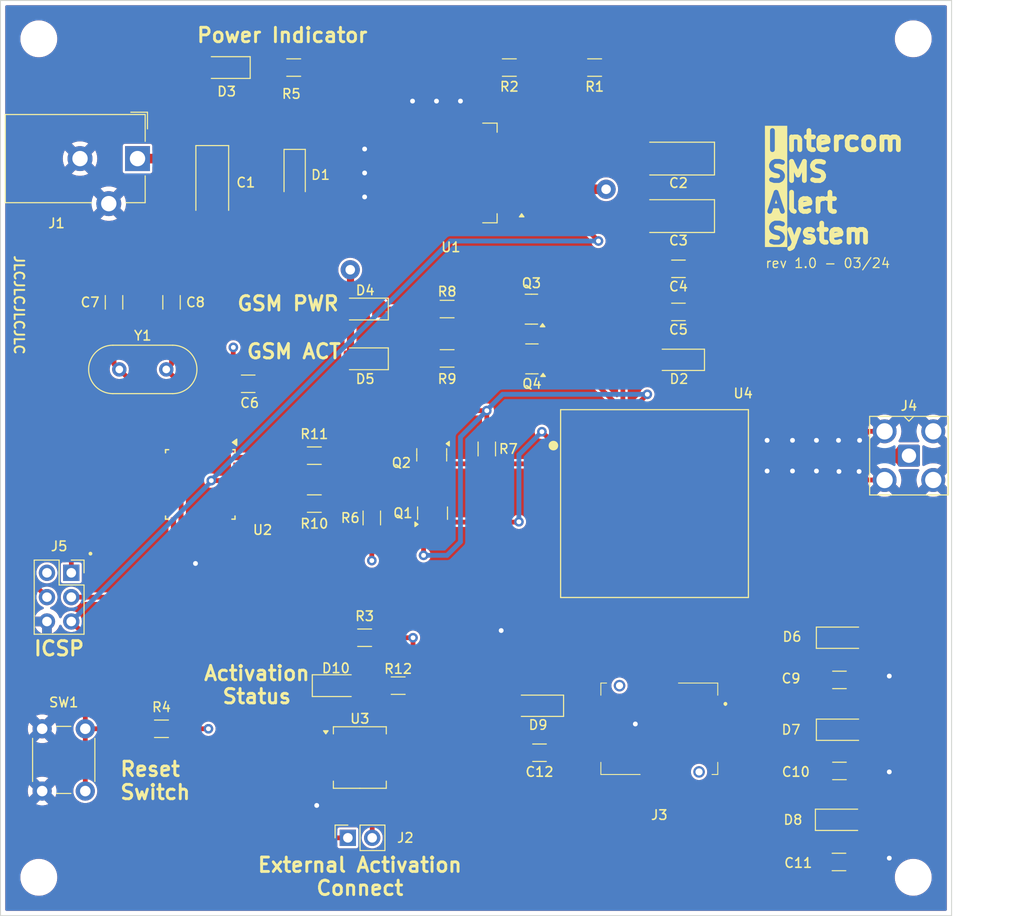
<source format=kicad_pcb>
(kicad_pcb (version 20240108) (generator "pcbnew") (generator_version "8.0")
  (layers (0 "F.Cu" signal) (1 "In1.Cu" power) (2 "In2.Cu" power) (31 "B.Cu" power) (34 "B.Paste" user) (35 "F.Paste" user) (36 "B.SilkS" user "B.Silkscreen") (37 "F.SilkS" user "F.Silkscreen") (38 "B.Mask" user) (39 "F.Mask" user) (44 "Edge.Cuts" user))
  (net 0 "")
  (net 1 "GND")
  (net 2 "+5V")
  (net 3 "+3V8")
  (net 4 "Net-(U2-XTAL2{slash}PB7)")
  (net 5 "Net-(U2-XTAL1{slash}PB6)")
  (net 6 "Net-(D6-K)")
  (net 7 "Net-(D7-K)")
  (net 8 "Net-(D8-K)")
  (net 9 "Net-(D9-K)")
  (net 10 "Net-(D3-K)")
  (net 11 "Net-(D4-K)")
  (net 12 "Net-(D5-K)")
  (net 13 "Net-(D10-A)")
  (net 14 "Net-(J2-Pin_1)")
  (net 15 "Net-(J2-Pin_2)")
  (net 17 "/RF_GSM_Circuit/RF_ANT")
  (net 18 "/SCK")
  (net 19 "/MOSI")
  (net 20 "/MISO")
  (net 21 "/RESET")
  (net 22 "+1V8")
  (net 23 "/RF_GSM_Circuit/TXD")
  (net 24 "Net-(Q1-S)")
  (net 25 "Net-(Q2-D)")
  (net 26 "/RF_GSM_Circuit/RXD")
  (net 27 "Net-(Q3-G)")
  (net 28 "Net-(Q3-D)")
  (net 29 "Net-(Q4-D)")
  (net 30 "Net-(Q4-G)")
  (net 31 "Net-(U1-ADJ)")
  (net 32 "/RX")
  (net 33 "/TX")
  (net 99 "/RF_GSM_Circuit/RING")
  (net 100 "/INPUT")
  (footprint "Capacitor_SMD:C_1206_3216Metric_Pad1.33x1.80mm_HandSolder" (layer "F.Cu") (at 213.3 109.9)
    (property "Reference" "C10")
    (property "Value" "22p")
  )
  (footprint "MountingHole:MountingHole_3.2mm_M3" (layer "F.Cu") (at 221 121)
    (property "Reference" "H4" (hide yes))
    (property "Value" "MountingHole")
  )
  (footprint "Capacitor_SMD:C_1206_3216Metric_Pad1.33x1.80mm_HandSolder" (layer "F.Cu") (at 196.5 62 180)
    (property "Reference" "C5")
    (property "Value" "22p")
  )
  (footprint "Capacitor_SMD:C_1206_3216Metric_Pad1.33x1.80mm_HandSolder" (layer "F.Cu") (at 196.5 57.5 180)
    (property "Reference" "C4")
    (property "Value" "10u")
  )
  (footprint "Package_TO_SOT_SMD:SOT-23" (layer "F.Cu") (at 170.75 76.9125 -90)
    (property "Reference" "Q2")
    (property "Value" "NX138AK")
  )
  (footprint "Capacitor_SMD:C_1206_3216Metric_Pad1.33x1.80mm_HandSolder" (layer "F.Cu") (at 151.6 69.5)
    (property "Reference" "C6")
    (property "Value" "10u")
  )
  (footprint "zCustom_Footprints:SIM8051601401A" (layer "F.Cu") (at 194.5 105.5 90)
    (property "Reference" "J3")
    (property "Value" "SIM_Card" (hide yes))
  )
  (footprint "Resistor_SMD:R_1206_3216Metric_Pad1.30x1.75mm_HandSolder" (layer "F.Cu") (at 187.75 36.5 180)
    (property "Reference" "R1")
    (property "Value" "10k")
  )
  (footprint "Diode_SMD:D_MiniMELF" (layer "F.Cu") (at 213.55 105.6)
    (property "Reference" "D7")
    (property "Value" "TZMB5V6")
  )
  (footprint "Diode_SMD:D_MiniMELF" (layer "F.Cu") (at 181.85 103.1 180)
    (property "Reference" "D9")
    (property "Value" "TZMB5V6")
  )
  (footprint "Package_TO_SOT_SMD:SOT-23" (layer "F.Cu") (at 181.2075 66.9 180)
    (property "Reference" "Q4")
    (property "Value" "NX138AK")
  )
  (footprint "Capacitor_SMD:C_1206_3216Metric_Pad1.33x1.80mm_HandSolder" (layer "F.Cu") (at 213.3 100.4)
    (property "Reference" "C9")
    (property "Value" "10u")
  )
  (footprint "Capacitor_SMD:C_1206_3216Metric_Pad1.33x1.80mm_HandSolder" (layer "F.Cu") (at 182 108 180)
    (property "Reference" "C12")
    (property "Value" "22p")
  )
  (footprint "Capacitor_SMD:C_1206_3216Metric_Pad1.33x1.80mm_HandSolder" (layer "F.Cu") (at 143.6 61 -90)
    (property "Reference" "C8")
    (property "Value" "22p")
  )
  (footprint "Resistor_SMD:R_1206_3216Metric_Pad1.30x1.75mm_HandSolder" (layer "F.Cu") (at 158.5 77 180)
    (property "Reference" "R11")
    (property "Value" "1k")
  )
  (footprint "Capacitor_Tantalum_SMD:CP_EIA-6032-20_AVX-F" (layer "F.Cu") (at 147.85 48.4 -90)
    (property "Reference" "C1")
    (property "Value" "100u")
  )
  (footprint "Resistor_SMD:R_1206_3216Metric_Pad1.30x1.75mm_HandSolder" (layer "F.Cu") (at 176.5 76.3 90)
    (property "Reference" "R7")
    (property "Value" "4k7")
  )
  (footprint "Package_SO:SO-8_5.3x6.2mm_P1.27mm" (layer "F.Cu") (at 163.25 108.5)
    (property "Reference" "U3")
    (property "Value" "LM2903")
  )
  (footprint "Capacitor_SMD:C_1206_3216Metric_Pad1.33x1.80mm_HandSolder" (layer "F.Cu") (at 213.25 119.4)
    (property "Reference" "C11")
    (property "Value" "22p")
  )
  (footprint "Package_TO_SOT_SMD:SOT-23" (layer "F.Cu") (at 181.1575 61.7125 180)
    (property "Reference" "Q3")
    (property "Value" "NX138AK")
  )
  (footprint "Connector_PinSocket_2.54mm:PinSocket_2x03_P2.54mm_Vertical" (layer "F.Cu") (at 133.14 89.225)
    (property "Reference" "J5")
    (property "Value" "ICSP_CONN")
  )
  (footprint "Package_TO_SOT_SMD:TO-263-5_TabPin3" (layer "F.Cu") (at 172.75 47.5 180)
    (property "Reference" "U1")
    (property "Value" "MIC29302WU")
  )
  (footprint "Connector_PinSocket_2.54mm:PinSocket_1x02_P2.54mm_Vertical" (layer "F.Cu") (at 162 116.88 90)
    (property "Reference" "J2")
    (property "Value" "Conn_01x02_Pin")
  )
  (footprint "Package_QFP:TQFP-32_7x7mm_P0.8mm" (layer "F.Cu") (at 146.6 80 -90)
    (property "Reference" "U2")
    (property "Value" "ATmega328P-A")
  )
  (footprint "Diode_SMD:D_MiniMELF" (layer "F.Cu") (at 196.555 67 180)
    (property "Reference" "D2")
    (property "Value" "TZMB5V1")
  )
  (footprint "MountingHole:MountingHole_3.2mm_M3" (layer "F.Cu") (at 129.75 121)
    (property "Reference" "H1" (hide yes))
    (property "Value" "MountingHole")
  )
  (footprint "zCustom_Footprints:XCVR_A7682E" (layer "F.Cu") (at 194 82)
    (property "Reference" "U4")
    (property "Value" "A7682E")
  )
  (footprint "Resistor_SMD:R_1206_3216Metric_Pad1.30x1.75mm_HandSolder" (layer "F.Cu") (at 142.55 105.5 180)
    (property "Reference" "R4")
    (property "Value" "1k")
  )
  (footprint "Resistor_SMD:R_1206_3216Metric_Pad1.30x1.75mm_HandSolder" (layer "F.Cu") (at 164.5 83.5 90)
    (property "Reference" "R6")
    (property "Value" "4k7")
  )
  (footprint "Diode_SMD:D_MiniMELF" (layer "F.Cu") (at 156.45 47.7 -90)
    (property "Reference" "D1")
    (property "Value" "TZMB5V6")
  )
  (footprint "Fiducial:Fiducial_1mm_Mask2mm" (layer "F.Cu") (at 215.75 35)
    (property "Reference" "FID3" (hide yes))
    (property "Value" "Fiducial")
  )
  (footprint "Capacitor_Tantalum_SMD:CP_EIA-6032-20_AVX-F" (layer "F.Cu") (at 196.5 52 180)
    (property "Reference" "C3")
    (property "Value" "100u")
  )
  (footprint "Resistor_SMD:R_1206_3216Metric_Pad1.30x1.75mm_HandSolder" (layer "F.Cu") (at 163.75 96 180)
    (property "Reference" "R3")
    (property "Value" "10k")
  )
  (footprint "Capacitor_Tantalum_SMD:CP_EIA-6032-20_AVX-F" (layer "F.Cu") (at 196.5 46 180)
    (property "Reference" "C2")
    (property "Value" "100u")
  )
  (footprint "Connector_Coaxial:SMA_Amphenol_901-143_Horizontal" (layer "F.Cu") (at 220.55 77 -90)
    (property "Reference" "J4")
    (property "Value" "Antenna_SMA_Conn")
  )
  (footprint "Capacitor_SMD:C_1206_3216Metric_Pad1.33x1.80mm_HandSolder" (layer "F.Cu") (at 137.6 61 90)
    (property "Reference" "C7")
    (property "Value" "22p")
  )
  (footprint "Fiducial:Fiducial_1mm_Mask2mm" (layer "F.Cu") (at 135.75 35)
    (property "Reference" "FID2" (hide yes))
    (property "Value" "Fiducial")
  )
  (footprint "Package_TO_SOT_SMD:SOT-23" (layer "F.Cu") (at 170.8375 83 90)
    (property "Reference" "Q1")
    (property "Value" "NX138AK")
  )
  (footprint "Fiducial:Fiducial_1mm_Mask2mm" (layer "F.Cu") (at 135.75 121)
    (property "Reference" "FID1" (hide yes))
    (property "Value" "Fiducial")
  )
  (footprint "Resistor_SMD:R_1206_3216Metric_Pad1.30x1.75mm_HandSolder" (layer "F.Cu") (at 178.85 36.5 180)
    (property "Reference" "R2")
    (property "Value" "4k7")
  )
  (footprint "Resistor_SMD:R_1206_3216Metric_Pad1.30x1.75mm_HandSolder" (layer "F.Cu") (at 172.3575 61.7)
    (property "Reference" "R8")
    (property "Value" "1k")
  )
  (footprint "Resistor_SMD:R_1206_3216Metric_Pad1.30x1.75mm_HandSolder" (layer "F.Cu") (at 158.5 82 180)
    (property "Reference" "R10")
    (property "Value" "1k")
  )
  (footprint "Diode_SMD:D_MiniMELF" (layer "F.Cu") (at 213.55 96)
    (property "Reference" "D6")
    (property "Value" "TZMB5V6")
  )
  (footprint "LED_SMD:LED_1206_3216Metric_Pad1.42x1.75mm_HandSolder" (layer "F.Cu") (at 160.75 101)
    (property "Reference" "D10")
    (property "Value" "Yellow")
  )
  (footprint "Resistor_SMD:R_1206_3216Metric_Pad1.30x1.75mm_HandSolder" (layer "F.Cu") (at 156.35 36.5)
    (property "Reference" "R5")
    (property "Value" "1k")
  )
  (footprint "Crystal:Crystal_HC18-U_Vertical" (layer "F.Cu") (at 138.15 68)
    (property "Reference" "Y1")
    (property "Value" "16MHz")
  )
  (footprint "LED_SMD:LED_1206_3216Metric_Pad1.42x1.75mm_HandSolder" (layer "F.Cu") (at 163.7625 61.7 180)
    (property "Reference" "D4")
    (property "Value" "Yellow")
  )
  (footprint "Resistor_SMD:R_1206_3216Metric_Pad1.30x1.75mm_HandSolder" (layer "F.Cu") (at 172.3575 66.85)
    (property "Reference" "R9")
    (property "Value" "1k")
  )
  (footprint "MountingHole:MountingHole_3.2mm_M3" (layer "F.Cu") (at 129.75 33.5)
    (property "Reference" "H2" (hide yes))
    (property "Value" "MountingHole")
  )
  (footprint "Button_Switch_THT:SW_PUSH_6mm_H4.3mm" (layer "F.Cu") (at 134.6 105.5 -90)
    (property "Reference" "SW1")
    (property "Value" "SW_Push")
  )
  (footprint "Diode_SMD:D_MiniMELF" (layer "F.Cu") (at 213.45 115)
    (property "Reference" "D8")
    (property "Value" "TZMB5V6")
  )
  (footprint "LED_SMD:LED_1206_3216Metric_Pad1.42x1.75mm_HandSolder" (layer "F.Cu") (at 163.7625 66.89 180)
    (property "Reference" "D5")
    (property "Value" "Red")
  )
  (footprint "Connector_BarrelJack:BarrelJack_CUI_PJ-102AH_Horizontal" (layer "F.Cu") (at 140.05 46 -90)
    (property "Reference" "J1")
    (property "Value" "Barrel_Jack_Switch_Pin3Ring")
  )
  (footprint "Resistor_SMD:R_1206_3216Metric_Pad1.30x1.75mm_HandSolder" (layer "F.Cu") (at 167.25 101 180)
    (property "Reference" "R12")
    (property "Value" "1k")
  )
  (footprint "LED_SMD:LED_1206_3216Metric_Pad1.42x1.75mm_HandSolder" (layer "F.Cu") (at 149.35 36.5 180)
    (property "Reference" "D3")
    (property "Value" "Red")
  )
  (footprint "MountingHole:MountingHole_3.2mm_M3" (layer "F.Cu") (at 221 33.5)
    (property "Reference" "H3" (hide yes))
    (property "Value" "MountingHole")
  )
  (gr_rect (start 125.75 29.5) (end 225 125) (stroke (width 0.1)) (fill none) (layer "Edge.Cuts"))
  (gr_text "External Activation\nConnect" (at 163.25 123 0) (layer "F.SilkS") (effects (font (size 1.5 1.5) (thickness 0.3) (bold yes)) (justify bottom)))
  (gr_text "Activation\nStatus" (at 152.5 103 0) (layer "F.SilkS") (effects (font (size 1.5 1.5) (thickness 0.3) (bold yes)) (justify bottom)))
  (gr_text "I\nS\nA\nS" (at 205.5 55 0) (layer "F.SilkS" knockout) (effects (font (size 2 2) (thickness 0.5) (bold yes)) (justify left bottom)))
  (gr_text "Reset\nSwitch" (at 138.1 113 0) (layer "F.SilkS") (effects (font (size 1.5 1.5) (thickness 0.3) (bold yes)) (justify left bottom)))
  (gr_text "GSM ACT" (at 151.3075 67 0) (layer "F.SilkS") (effects (font (size 1.5 1.5) (thickness 0.3) (bold yes)) (justify left bottom)))
  (gr_text "Power Indicator" (at 146.1 34 0) (layer "F.SilkS") (effects (font (size 1.5 1.5) (thickness 0.3) (bold yes)) (justify left bottom)))
  (gr_text "rev 1.0 - 03/24" (at 205.5 57.5 0) (layer "F.SilkS") (effects (font (size 1 1) (thickness 0.125)) (justify left bottom)))
  (gr_text "ntercom\nMS\nlert\nystem" (at 207.5 55 0) (layer "F.SilkS") (effects (font (size 2 2) (thickness 0.5) (bold yes)) (justify left bottom)))
  (gr_text "JLCJLCJLCJLC" (at 127.1 56 -90) (layer "F.SilkS") (effects (font (size 1 1) (thickness 0.2) (bold yes)) (justify left bottom)))
  (gr_text "ICSP" (at 129.1 98 0) (layer "F.SilkS") (effects (font (size 1.5 1.5) (thickness 0.3) (bold yes)) (justify left bottom)))
  (gr_text "GSM PWR" (at 150.3075 62 0) (layer "F.SilkS") (effects (font (size 1.5 1.5) (thickness 0.3) (bold yes)) (justify left bottom)))
  (segment (start 210.9 78.6) (end 208.4 78.6) (width 0.5) (layer "F.Cu") (net 1))
  (segment (start 173.75 40) (end 173.75 41) (width 0.349) (layer "F.Cu") (net 1))
  (segment (start 210.95 78.65) (end 210.9 78.6) (width 0.5) (layer "F.Cu") (net 1))
  (segment (start 158.75 112.5) (end 158.75 113.5) (width 0.349) (layer "F.Cu") (net 1))
  (segment (start 188.6 102.96) (end 189.96 102.96) (width 0.349) (layer "F.Cu") (net 1))
  (segment (start 147 84.25) (end 147 87.35) (width 0.5) (layer "F.Cu") (net 1))
  (segment (start 216.34 74.46) (end 215.4 75.4) (width 0.5) (layer "F.Cu") (net 1))
  (segment (start 201.85 75.95) (end 202 75.95) (width 0.5) (layer "F.Cu") (net 1))
  (segment (start 173.675 41.075) (end 173.675 44.725) (width 0.349) (layer "F.Cu") (net 1))
  (segment (start 180.1 103.1) (end 180.1 97.35) (width 0.5) (layer "F.Cu") (net 1))
  (segment (start 213.2 75.4) (end 210.9 75.4) (width 0.5) (layer "F.Cu") (net 1))
  (segment (start 164.025 50.275) (end 163.75 50) (width 0.349) (layer "F.Cu") (net 1))
  (segment (start 218.01 74.46) (end 216.34 74.46) (width 0.5) (layer "F.Cu") (net 1))
  (segment (start 173.75 41) (end 173.675 41.075) (width 0.349) (layer "F.Cu") (net 1))
  (segment (start 159.75 111.5) (end 158.75 112.5) (width 0.349) (layer "F.Cu") (net 1))
  (segment (start 168.825 44.725) (end 164.025 44.725) (width 0.349) (layer "F.Cu") (net 1))
  (segment (start 214.8125 119.4) (end 218.1 119.4) (width 0.349) (layer "F.Cu") (net 1))
  (segment (start 171.25 47.5) (end 163.75 47.5) (width 0.349) (layer "F.Cu") (net 1))
  (segment (start 171.25 47.5) (end 171.25 40) (width 0.349) (layer "F.Cu") (net 1))
  (segment (start 218.01 79.54) (end 216.24 79.54) (width 0.5) (layer "F.Cu") (net 1))
  (segment (start 208.4 78.6) (end 205.75 78.6) (width 0.5) (layer "F.Cu") (net 1))
  (segment (start 189.96 102.96) (end 192 105) (width 0.349) (layer "F.Cu") (net 1))
  (segment (start 171.25 47.5) (end 168.75 45) (width 0.349) (layer "F.Cu") (net 1))
  (segment (start 180.1 97.35) (end 178 95.25) (width 0.5) (layer "F.Cu") (net 1))
  (segment (start 213.25 78.65) (end 210.95 78.65) (width 0.5) (layer "F.Cu") (net 1))
  (segment (start 210.9 75.4) (end 208.4 75.4) (width 0.5) (layer "F.Cu") (net 1))
  (segment (start 218.1 100.4) (end 218.5 100) (width 0.349) (layer "F.Cu") (net 1))
  (segment (start 208.4 75.4) (end 205.75 75.4) (width 0.5) (layer "F.Cu") (net 1))
  (segment (start 218.4 109.9) (end 218.5 110) (width 0.349) (layer "F.Cu") (net 1))
  (segment (start 164.025 44.725) (end 163.75 45) (width 0.349) (layer "F.Cu") (net 1))
  (segment (start 218.1 119.4) (end 218.5 119) (width 0.349) (layer "F.Cu") (net 1))
  (segment (start 173.675 50.275) (end 164.025 50.275) (width 0.349) (layer "F.Cu") (net 1))
  (segment (start 214.8625 109.9) (end 218.4 109.9) (width 0.349) (layer "F.Cu") (net 1))
  (segment (start 171.25 47.5) (end 171.25 42.5) (width 0.349) (layer "F.Cu") (net 1))
  (segment (start 216.24 79.54) (end 215.35 78.65) (width 0.5) (layer "F.Cu") (net 1))
  (segment (start 147 87.35) (end 146.1 88.25) (width 0.5) (layer "F.Cu") (net 1))
  (segment (start 159.75 110.405) (end 159.75 111.5) (width 0.349) (layer "F.Cu") (net 1))
  (segment (start 215.4 75.4) (end 213.2 75.4) (width 0.5) (layer "F.Cu") (net 1))
  (segment (start 215.35 78.65) (end 213.25 78.65) (width 0.5) (layer "F.Cu") (net 1))
  (segment (start 214.8625 100.4) (end 218.1 100.4) (width 0.349) (layer "F.Cu") (net 1))
  (segment (start 168.75 45) (end 168.75 40) (width 0.349) (layer "F.Cu") (net 1))
  (via (at 210.9 75.4) (size 1) (drill 0.5) (layers "F.Cu" "B.Cu") (net 1))
  (via (at 163.75 50) (size 1) (drill 0.5) (layers "F.Cu" "B.Cu") (net 1))
  (via (at 168.75 40) (size 1) (drill 0.5) (layers "F.Cu" "B.Cu") (net 1))
  (via (at 218.5 110) (size 1) (drill 0.5) (layers "F.Cu" "B.Cu") (net 1))
  (via (at 163.75 45) (size 1) (drill 0.5) (layers "F.Cu" "B.Cu") (net 1))
  (via (at 213.25 78.65) (size 1) (drill 0.5) (layers "F.Cu" "B.Cu") (net 1))
  (via (at 210.9 78.6) (size 1) (drill 0.5) (layers "F.Cu" "B.Cu") (net 1))
  (via (at 218.5 119) (size 1) (drill 0.5) (layers "F.Cu" "B.Cu") (net 1))
  (via (at 158.75 113.5) (size 1) (drill 0.5) (layers "F.Cu" "B.Cu") (net 1))
  (via (at 173.75 40) (size 1) (drill 0.5) (layers "F.Cu" "B.Cu") (net 1))
  (via (at 178 95.25) (size 1) (drill 0.5) (layers "F.Cu" "B.Cu") (net 1))
  (via (at 146.1 88.25) (size 1) (drill 0.5) (layers "F.Cu" "B.Cu") (net 1))
  (via (at 218.5 100) (size 1) (drill 0.5) (layers "F.Cu" "B.Cu") (net 1))
  (via (at 213.2 75.4) (size 1) (drill 0.5) (layers "F.Cu" "B.Cu") (net 1))
  (via (at 208.4 75.4) (size 1) (drill 0.5) (layers "F.Cu" "B.Cu") (net 1))
  (via (at 171.25 40) (size 1) (drill 0.5) (layers "F.Cu" "B.Cu") (net 1))
  (via (at 205.75 75.4) (size 1) (drill 0.5) (layers "F.Cu" "B.Cu") (net 1))
  (via (at 205.75 78.6) (size 1) (drill 0.5) (layers "F.Cu" "B.Cu") (net 1))
  (via (at 208.4 78.6) (size 1) (drill 0.5) (layers "F.Cu" "B.Cu") (net 1))
  (via (at 163.75 47.5) (size 1) (drill 0.5) (layers "F.Cu" "B.Cu") (net 1))
  (via (at 215.35 78.65) (size 1) (drill 0.5) (layers "F.Cu" "B.Cu") (net 1))
  (via (at 192 105) (size 1) (drill 0.5) (layers "F.Cu" "B.Cu") (net 1))
  (via (at 215.4 75.4) (size 1) (drill 0.5) (layers "F.Cu" "B.Cu") (net 1))
  (segment (start 145.4 80.35) (end 144.6 81.15) (width 0.5) (layer "F.Cu") (net 2))
  (segment (start 150.0375 71.2125) (end 150.0375 69.5) (width 0.5) (layer "F.Cu") (net 2))
  (segment (start 166.75 106.595) (end 168.055 106.595) (width 0.5) (layer "F.Cu") (net 2))
  (segment (start 147.7875 46) (end 147.85 45.9375) (width 1) (layer "F.Cu") (net 2))
  (segment (start 147 74.25) (end 150.0375 71.2125) (width 0.5) (layer "F.Cu") (net 2))
  (segment (start 145.4 75.75) (end 145.4 80.35) (width 0.5) (layer "F.Cu") (net 2))
  (segment (start 156.2875 45.9375) (end 156.35 46) (width 1) (layer "F.Cu") (net 2))
  (segment (start 147.85 45.9375) (end 147.85 36.5125) (width 1) (layer "F.Cu") (net 2))
  (segment (start 164.5 85.05) (end 164.5 87.95) (width 0.5) (layer "F.Cu") (net 2))
  (segment (start 162.275 57.625) (end 162.25 57.6) (width 0.75) (layer "F.Cu") (net 2))
  (segment (start 150.0375 65.7125) (end 150.05 65.7) (width 0.5) (layer "F.Cu") (net 2))
  (segment (start 168.8 100.75) (end 168.8 96) (width 0.5) (layer "F.Cu") (net 2))
  (segment (start 147.85 36.5125) (end 147.8625 36.5) (width 1) (layer "F.Cu") (net 2))
  (segment (start 180.4 49.2) (end 188.95 49.2) (width 1) (layer "F.Cu") (net 2))
  (segment (start 147 78.75) (end 145.4 80.35) (width 0.5) (layer "F.Cu") (net 2))
  (segment (start 147 75.75) (end 147 78.75) (width 0.5) (layer "F.Cu") (net 2))
  (segment (start 150.0375 69.5) (end 150.0375 65.7125) (width 0.5) (layer "F.Cu") (net 2))
  (segment (start 168.055 106.595) (end 168.8 105.85) (width 0.5) (layer "F.Cu") (net 2))
  (segment (start 165.3 96) (end 168.8 96) (width 0.5) (layer "F.Cu") (net 2))
  (segment (start 168.8 105.85) (end 168.8 101) (width 0.5) (layer "F.Cu") (net 2))
  (segment (start 140.05 46) (end 147.7875 46) (width 1) (layer "F.Cu") (net 2))
  (segment (start 144.6 81.15) (end 144.6 84.25) (width 0.5) (layer "F.Cu") (net 2))
  (segment (start 162.275 61.7) (end 162.275 57.625) (width 0.75) (layer "F.Cu") (net 2))
  (segment (start 168.8 101) (end 168.8 100.75) (width 0.5) (layer "F.Cu") (net 2))
  (segment (start 147.85 45.9375) (end 156.2875 45.9375) (width 1) (layer "F.Cu") (net 2))
  (segment (start 147 75.75) (end 147 74.25) (width 0.5) (layer "F.Cu") (net 2))
  (segment (start 144.1 105.5) (end 147.45 105.5) (width 0.5) (layer "F.Cu") (net 2))
  (segment (start 162.275 66.89) (end 162.275 61.7) (width 0.75) (layer "F.Cu") (net 2))
  (via (at 162.25 57.6) (size 2) (drill 1) (layers "F.Cu" "B.Cu") (net 2))
  (via (at 188.95 49.2) (size 2) (drill 1) (layers "F.Cu" "B.Cu") (net 2))
  (via (at 164.5 87.95) (size 1) (drill 0.5) (layers "F.Cu" "B.Cu") (net 2))
  (via (at 147.45 105.5) (size 1) (drill 0.5) (layers "F.Cu" "B.Cu") (net 2))
  (via (at 150.05 65.7) (size 1) (drill 0.5) (layers "F.Cu" "B.Cu") (net 2))
  (via (at 168.8 96) (size 1) (drill 0.5) (layers "F.Cu" "B.Cu") (net 2))
  (segment (start 193.25 36.5) (end 198.9625 42.2125) (width 1) (layer "F.Cu") (net 3))
  (segment (start 180.4 45.8) (end 185.65 45.8) (width 1) (layer "F.Cu") (net 3))
  (segment (start 185.65 45.8) (end 189.3 42.15) (width 1) (layer "F.Cu") (net 3))
  (segment (start 198.9625 42.2125) (end 198.9625 46) (width 1) (layer "F.Cu") (net 3))
  (segment (start 189.3 42.15) (end 189.3 36.5) (width 1) (layer "F.Cu") (net 3))
  (segment (start 189.3 36.5) (end 193.25 36.5) (width 1) (layer "F.Cu") (net 3))
  (segment (start 138.15 68) (end 137.6 67.45) (width 0.5) (layer "F.Cu") (net 4))
  (segment (start 137.6 67.45) (end 137.6 62.5625) (width 0.5) (layer "F.Cu") (net 4))
  (segment (start 143.8 75.75) (end 143.8 73.65) (width 0.5) (layer "F.Cu") (net 4))
  (segment (start 143.8 73.65) (end 138.15 68) (width 0.5) (layer "F.Cu") (net 4))
  (segment (start 143.05 68) (end 143.6 67.45) (width 0.5) (layer "F.Cu") (net 5))
  (segment (start 144.6 69.55) (end 143.05 68) (width 0.5) (layer "F.Cu") (net 5))
  (segment (start 144.6 75.75) (end 144.6 69.55) (width 0.5) (layer "F.Cu") (net 5))
  (segment (start 143.6 67.45) (end 143.6 62.5625) (width 0.5) (layer "F.Cu") (net 5))
  (segment (start 211.7375 96.0125) (end 211.75 96) (width 0.5) (layer "F.Cu") (net 6))
  (segment (start 211.7375 100.4) (end 211.7375 96.0125) (width 0.5) (layer "F.Cu") (net 6))
  (segment (start 200.4 102.96) (end 204.04 102.96) (width 0.5) (layer "F.Cu") (net 6))
  (segment (start 195.1 92.1) (end 200.4 97.4) (width 0.5) (layer "F.Cu") (net 6))
  (segment (start 204.04 102.96) (end 206.6 100.4) (width 0.5) (layer "F.Cu") (net 6))
  (segment (start 200.4 97.4) (end 200.4 102.96) (width 0.5) (layer "F.Cu") (net 6))
  (segment (start 206.6 100.4) (end 211.7375 100.4) (width 0.5) (layer "F.Cu") (net 6))
  (segment (start 195.1 90.8) (end 195.1 92.1) (width 0.5) (layer "F.Cu") (net 6))
  (segment (start 198 103.1) (end 200.4 105.5) (width 0.5) (layer "F.Cu") (net 7))
  (segment (start 211.75 105.6) (end 211.75 109.7875) (width 0.5) (layer "F.Cu") (net 7))
  (segment (start 198 98) (end 198 103.1) (width 0.5) (layer "F.Cu") (net 7))
  (segment (start 211.75 109.7875) (end 211.6375 109.9) (width 0.5) (layer "F.Cu") (net 7))
  (segment (start 200.4 105.5) (end 211.65 105.5) (width 0.5) (layer "F.Cu") (net 7))
  (segment (start 211.65 105.5) (end 211.75 105.6) (width 0.5) (layer "F.Cu") (net 7))
  (segment (start 194 90.8) (end 194 94) (width 0.5) (layer "F.Cu") (net 7))
  (segment (start 194 94) (end 198 98) (width 0.5) (layer "F.Cu") (net 7))
  (segment (start 211.7 119.3875) (end 211.6875 119.4) (width 0.5) (layer "F.Cu") (net 8))
  (segment (start 192.9 95.6) (end 192 96.5) (width 0.5) (layer "F.Cu") (net 8))
  (segment (start 209 115) (end 211.7 115) (width 0.5) (layer "F.Cu") (net 8))
  (segment (start 202.04 108.04) (end 209 115) (width 0.5) (layer "F.Cu") (net 8))
  (segment (start 211.7 115) (end 211.7 119.3875) (width 0.5) (layer "F.Cu") (net 8))
  (segment (start 199.34 108.04) (end 200.4 108.04) (width 0.5) (layer "F.Cu") (net 8))
  (segment (start 192 100.7) (end 199.34 108.04) (width 0.5) (layer "F.Cu") (net 8))
  (segment (start 192.9 90.8) (end 192.9 95.6) (width 0.5) (layer "F.Cu") (net 8))
  (segment (start 192 96.5) (end 192 100.7) (width 0.5) (layer "F.Cu") (net 8))
  (segment (start 200.4 108.04) (end 202.04 108.04) (width 0.5) (layer "F.Cu") (net 8))
  (segment (start 188.56 108) (end 188.6 108.04) (width 0.5) (layer "F.Cu") (net 9))
  (segment (start 191.8 91.7) (end 183.6 99.9) (width 0.5) (layer "F.Cu") (net 9))
  (segment (start 183.5625 103.3125) (end 183.25 103) (width 0.5) (layer "F.Cu") (net 9))
  (segment (start 183.6 102.65) (end 183.25 103) (width 0.5) (layer "F.Cu") (net 9))
  (segment (start 183.5625 108) (end 188.56 108) (width 0.5) (layer "F.Cu") (net 9))
  (segment (start 183.5625 108) (end 183.5625 103.3125) (width 0.5) (layer "F.Cu") (net 9))
  (segment (start 183.6 99.9) (end 183.6 102.65) (width 0.5) (layer "F.Cu") (net 9))
  (segment (start 191.8 90.8) (end 191.8 91.7) (width 0.5) (layer "F.Cu") (net 9))
  (segment (start 150.8375 36.5) (end 154.8 36.5) (width 0.5) (layer "F.Cu") (net 10))
  (segment (start 165.25 61.7) (end 170.8075 61.7) (width 0.5) (layer "F.Cu") (net 11))
  (segment (start 165.25 66.89) (end 170.7675 66.89) (width 0.5) (layer "F.Cu") (net 12))
  (segment (start 170.7675 66.89) (end 170.8075 66.85) (width 0.5) (layer "F.Cu") (net 12))
  (segment (start 162.2375 101) (end 165.7 101) (width 0.5) (layer "F.Cu") (net 13))
  (segment (start 159.75 109.135) (end 157.115 109.135) (width 0.5) (layer "F.Cu") (net 14))
  (segment (start 154.8 111.45) (end 154.8 114.35) (width 0.5) (layer "F.Cu") (net 14))
  (segment (start 157.33 116.88) (end 162 116.88) (width 0.5) (layer "F.Cu") (net 14))
  (segment (start 154.8 114.35) (end 157.33 116.88) (width 0.5) (layer "F.Cu") (net 14))
  (segment (start 157.115 109.135) (end 154.8 111.45) (width 0.5) (layer "F.Cu") (net 14))
  (segment (start 161.785 107.865) (end 161.8 107.85) (width 0.5) (layer "F.Cu") (net 15))
  (segment (start 164.54 111.96) (end 164.54 116.88) (width 0.5) (layer "F.Cu") (net 15))
  (segment (start 161.8 107.85) (end 164.55 110.6) (width 0.5) (layer "F.Cu") (net 15))
  (segment (start 164.55 111.95) (end 164.54 111.96) (width 0.5) (layer "F.Cu") (net 15))
  (segment (start 164.55 110.6) (end 164.55 111.95) (width 0.5) (layer "F.Cu") (net 15))
  (segment (start 159.75 107.865) (end 161.785 107.865) (width 0.5) (layer "F.Cu") (net 15))
  (segment (start 201.85 77.05) (end 220.5 77.05) (width 0.349) (layer "F.Cu") (net 17))
  (segment (start 220.5 77.05) (end 220.55 77) (width 0.349) (layer "F.Cu") (net 17))
  (segment (start 133.14 91.765) (end 139.335 91.765) (width 0.5) (layer "F.Cu") (net 18))
  (segment (start 143.8 87.3) (end 143.8 84.25) (width 0.5) (layer "F.Cu") (net 18))
  (segment (start 139.335 91.765) (end 143.8 87.3) (width 0.5) (layer "F.Cu") (net 18))
  (segment (start 128 86.5) (end 128 89.165) (width 0.5) (layer "F.Cu") (net 19))
  (segment (start 142.35 82) (end 132.5 82) (width 0.5) (layer "F.Cu") (net 19))
  (segment (start 132.5 82) (end 128 86.5) (width 0.5) (layer "F.Cu") (net 19))
  (segment (start 128 89.165) (end 130.6 91.765) (width 0.5) (layer "F.Cu") (net 19))
  (segment (start 138.3 82.8) (end 133.14 87.96) (width 0.5) (layer "F.Cu") (net 20))
  (segment (start 133.14 87.96) (end 133.14 89.225) (width 0.5) (layer "F.Cu") (net 20))
  (segment (start 142.35 82.8) (end 138.3 82.8) (width 0.5) (layer "F.Cu") (net 20))
  (segment (start 134.6 105.5) (end 134.6 112) (width 0.5) (layer "F.Cu") (net 21))
  (segment (start 147.75 79.6) (end 150.85 79.6) (width 0.5) (layer "F.Cu") (net 21))
  (segment (start 188.15 54.6) (end 184.45 50.9) (width 0.5) (layer "F.Cu") (net 21))
  (segment (start 133.14 94.305) (end 134.6 95.765) (width 0.5) (layer "F.Cu") (net 21))
  (segment (start 134.6 95.765) (end 134.6 105.5) (width 0.5) (layer "F.Cu") (net 21))
  (segment (start 134.6 105.5) (end 141 105.5) (width 0.5) (layer "F.Cu") (net 21))
  (segment (start 184.45 50.9) (end 180.4 50.9) (width 0.5) (layer "F.Cu") (net 21))
  (via (at 188.15 54.6) (size 1) (drill 0.5) (layers "F.Cu" "B.Cu") (net 21))
  (via (at 147.75 79.6) (size 1) (drill 0.5) (layers "F.Cu" "B.Cu") (net 21))
  (segment (start 147.75 79.55) (end 147.75 79.6) (width 0.5) (layer "B.Cu") (net 21))
  (segment (start 147.75 79.6) (end 147.75 79.695) (width 0.5) (layer "B.Cu") (net 21))
  (segment (start 188.15 54.6) (end 172.7 54.6) (width 0.5) (layer "B.Cu") (net 21))
  (segment (start 147.75 79.695) (end 133.14 94.305) (width 0.5) (layer "B.Cu") (net 21))
  (segment (start 172.7 54.6) (end 147.75 79.55) (width 0.5) (layer "B.Cu") (net 21))
  (segment (start 171.7 74.5375) (end 173.9375 72.3) (width 0.5) (layer "F.Cu") (net 22))
  (segment (start 191.8 72.05) (end 193.25 70.6) (width 0.5) (layer "F.Cu") (net 22))
  (segment (start 169.9 83.95) (end 169.8875 83.9375) (width 0.5) (layer "F.Cu") (net 22))
  (segment (start 169.9 87.4) (end 169.9 83.95) (width 0.5) (layer "F.Cu") (net 22))
  (segment (start 176.5 72.3) (end 176.5 74.45) (width 0.5) (layer "F.Cu") (net 22))
  (segment (start 173.9375 72.3) (end 176.5 72.3) (width 0.5) (layer "F.Cu") (net 22))
  (segment (start 191.8 73.2) (end 191.8 72.05) (width 0.5) (layer "F.Cu") (net 22))
  (segment (start 171.7 75.975) (end 171.7 74.5375) (width 0.5) (layer "F.Cu") (net 22))
  (via (at 176.5 72.3) (size 1) (drill 0.5) (layers "F.Cu" "B.Cu") (net 22))
  (via (at 193.25 70.6) (size 1) (drill 0.5) (layers "F.Cu" "B.Cu") (net 22))
  (via (at 169.9 87.4) (size 1) (drill 0.5) (layers "F.Cu" "B.Cu") (net 22))
  (segment (start 176.5 72.25) (end 178.15 70.6) (width 0.5) (layer "B.Cu") (net 22))
  (segment (start 178.15 70.6) (end 193.25 70.6) (width 0.5) (layer "B.Cu") (net 22))
  (segment (start 176.5 72.3) (end 176.5 72.25) (width 0.5) (layer "B.Cu") (net 22))
  (segment (start 173.75 75.05) (end 173.75 86) (width 0.5) (layer "B.Cu") (net 22))
  (segment (start 176.5 72.3) (end 173.75 75.05) (width 0.5) (layer "B.Cu") (net 22))
  (segment (start 173.75 86) (end 172.35 87.4) (width 0.5) (layer "B.Cu") (net 22))
  (segment (start 172.35 87.4) (end 169.9 87.4) (width 0.5) (layer "B.Cu") (net 22))
  (segment (start 160.1 81.95) (end 160.05 82) (width 0.5) (layer "F.Cu") (net 23))
  (segment (start 164.5 81.95) (end 170.725 81.95) (width 0.5) (layer "F.Cu") (net 23))
  (segment (start 170.725 81.95) (end 170.8375 82.0625) (width 0.5) (layer "F.Cu") (net 23))
  (segment (start 164.5 81.95) (end 160.1 81.95) (width 0.5) (layer "F.Cu") (net 23))
  (segment (start 186.15 75.95) (end 183.7 75.95) (width 0.5) (layer "F.Cu") (net 24))
  (segment (start 171.825 83.9) (end 171.7875 83.9375) (width 0.5) (layer "F.Cu") (net 24))
  (segment (start 171.7875 83.9375) (end 179.8125 83.9375) (width 0.5) (layer "F.Cu") (net 24))
  (segment (start 183.7 75.95) (end 182.25 74.5) (width 0.5) (layer "F.Cu") (net 24))
  (segment (start 179.8125 83.9375) (end 179.85 83.9) (width 0.5) (layer "F.Cu") (net 24))
  (via (at 179.85 83.9) (size 1) (drill 0.5) (layers "F.Cu" "B.Cu") (net 24))
  (via (at 182.25 74.5) (size 1) (drill 0.5) (layers "F.Cu" "B.Cu") (net 24))
  (segment (start 179.85 76.9) (end 182.25 74.5) (width 0.5) (layer "B.Cu") (net 24))
  (segment (start 179.85 83.9) (end 179.85 76.9) (width 0.5) (layer "B.Cu") (net 24))
  (segment (start 182.35 77.05) (end 181.55 77.85) (width 0.5) (layer "F.Cu") (net 25))
  (segment (start 181.55 77.85) (end 176.5 77.85) (width 0.5) (layer "F.Cu") (net 25))
  (segment (start 170.75 77.85) (end 176.5 77.85) (width 0.5) (layer "F.Cu") (net 25))
  (segment (start 186.15 77.05) (end 182.35 77.05) (width 0.5) (layer "F.Cu") (net 25))
  (segment (start 164.75 77) (end 160.05 77) (width 0.5) (layer "F.Cu") (net 26))
  (segment (start 169.8 75.975) (end 165.775 75.975) (width 0.5) (layer "F.Cu") (net 26))
  (segment (start 165.775 75.975) (end 164.75 77) (width 0.5) (layer "F.Cu") (net 26))
  (segment (start 190.7 68.95) (end 184.4125 62.6625) (width 0.5) (layer "F.Cu") (net 27))
  (segment (start 190.7 73.2) (end 190.7 68.95) (width 0.5) (layer "F.Cu") (net 27))
  (segment (start 184.4125 62.6625) (end 182.095 62.6625) (width 0.5) (layer "F.Cu") (net 27))
  (segment (start 180.17 61.7) (end 180.22 61.65) (width 0.5) (layer "F.Cu") (net 28))
  (segment (start 173.9075 61.7) (end 180.17 61.7) (width 0.5) (layer "F.Cu") (net 28))
  (segment (start 174.0075 66.9) (end 180.27 66.9) (width 0.5) (layer "F.Cu") (net 29))
  (segment (start 173.9575 66.85) (end 174.0075 66.9) (width 0.5) (layer "F.Cu") (net 29))
  (segment (start 173.9075 66.85) (end 173.9575 66.85) (width 0.5) (layer "F.Cu") (net 29))
  (segment (start 186.25 67.85) (end 182.145 67.85) (width 0.5) (layer "F.Cu") (net 30))
  (segment (start 186.25 67.85) (end 189.6 71.2) (width 0.5) (layer "F.Cu") (net 30))
  (segment (start 189.6 71.2) (end 189.6 73.2) (width 0.5) (layer "F.Cu") (net 30))
  (segment (start 186.2 36.5) (end 180.4 36.5) (width 0.5) (layer "F.Cu") (net 31))
  (segment (start 180.4 36.6) (end 180.3 36.5) (width 0.5) (layer "F.Cu") (net 31))
  (segment (start 180.4 44.1) (end 180.4 36.6) (width 0.5) (layer "F.Cu") (net 31))
  (segment (start 155.35 82) (end 156.95 82) (width 0.5) (layer "F.Cu") (net 32))
  (segment (start 150.85 78.8) (end 152.15 78.8) (width 0.5) (layer "F.Cu") (net 32))
  (segment (start 152.15 78.8) (end 155.35 82) (width 0.5) (layer "F.Cu") (net 32))
  (segment (start 153.5 77) (end 156.95 77) (width 0.5) (layer "F.Cu") (net 33))
  (segment (start 150.85 78) (end 152.5 78) (width 0.5) (layer "F.Cu") (net 33))
  (segment (start 152.5 78) (end 153.5 77) (width 0.5) (layer "F.Cu") (net 33))
  (segment (start 159.75 104.45) (end 159.25 103.95) (width 0.5) (layer "F.Cu") (net 100))
  (segment (start 159.2625 103.9375) (end 159.2625 101) (width 0.5) (layer "F.Cu") (net 100))
  (segment (start 149.4 100.15) (end 155.845 106.595) (width 0.5) (layer "F.Cu") (net 100))
  (segment (start 159.25 103.95) (end 159.2625 103.9375) (width 0.5) (layer "F.Cu") (net 100))
  (segment (start 155.845 106.595) (end 159.75 106.595) (width 0.5) (layer "F.Cu") (net 100))
  (segment (start 160.6 96) (end 162.2 96) (width 0.5) (layer "F.Cu") (net 100))
  (segment (start 159.2625 97.3375) (end 160.6 96) (width 0.5) (layer "F.Cu") (net 100))
  (segment (start 149.4 84.25) (end 149.4 100.15) (width 0.5) (layer "F.Cu") (net 100))
  (segment (start 159.75 106.595) (end 159.75 104.45) (width 0.5) (layer "F.Cu") (net 100))
  (segment (start 159.2625 101) (end 159.2625 97.3375) (width 0.5) (layer "F.Cu") (net 100))
  (zone (net 0) (net_name "") (layer "F.Cu") (name "GND_Keepout_Z-Control") (connect_pads (clearance 0)) (min_thickness 0.25)
    (keepout (tracks allowed) (vias not_allowed) (pads allowed) (copperpour not_allowed) (footprints allowed))
    (fill (thermal_gap 0.5) (thermal_bridge_width 0.5))
    (polygon (pts (xy 202.3 76.7) (xy 203 76.325) (xy 203.275 76) (xy 219.425 76) (xy 219.4 78) (xy 203.275 78) (xy 203 77.675) (xy 202.3 77.4)))
  )
  (zone (net 1) (net_name "GND") (layer "F.Cu") (name "GND") (priority 1) (connect_pads (clearance 0)) (min_thickness 0.25) (fill yes (thermal_gap 0.5) (thermal_bridge_width 1))
    (polygon (pts (xy 125.75 29.5) (xy 225 29.5) (xy 225 125) (xy 125.75 125)))
  )
  (zone (net 3) (net_name "+3V8") (layer "F.Cu") (name "3V8") (priority 3) (connect_pads (clearance 0.4)) (min_thickness 0.25) (fill yes (thermal_gap 0.5) (thermal_bridge_width 1))
    (polygon (pts (xy 196.95 73.65) (xy 198.75 73.65) (xy 198.75 72.75) (xy 200.95 67.7) (xy 200.95 44.6) (xy 197.9 44.6) (xy 197.25 56.45)))
  )
  (zone (net 1) (net_name "GND") (layer "B.Cu") (name "+5V") (priority 2) (connect_pads (clearance 0)) (min_thickness 0.25) (fill yes (thermal_gap 0.5) (thermal_bridge_width 1))
    (polygon (pts (xy 125.75 29.45) (xy 225 29.45) (xy 225 124.75) (xy 125.75 125)))
  )
)
</source>
